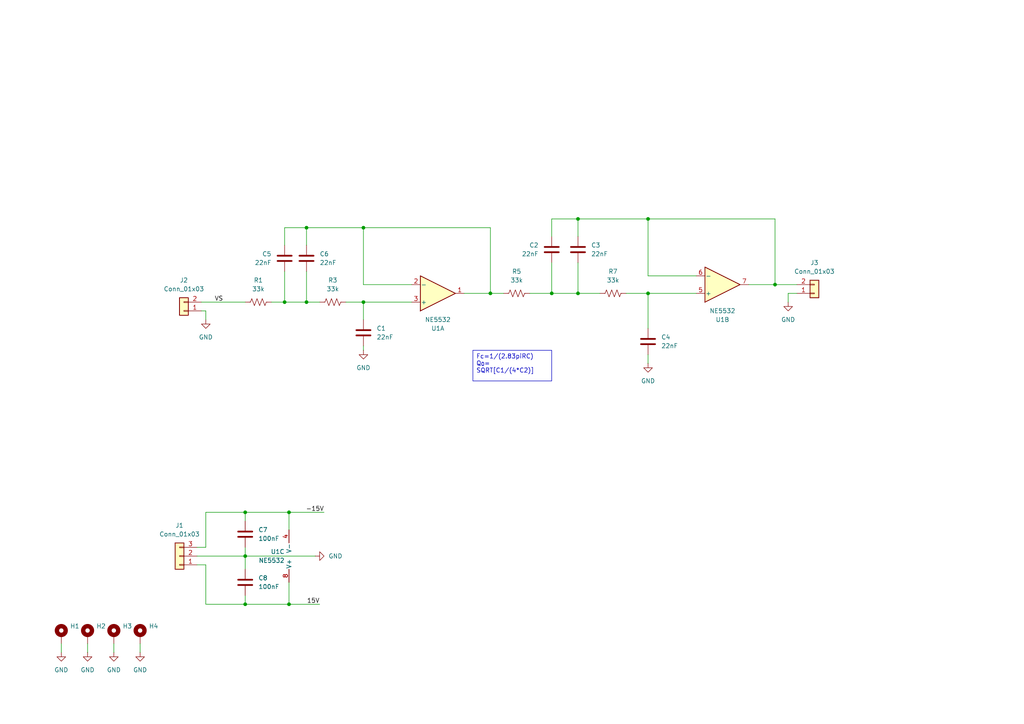
<source format=kicad_sch>
(kicad_sch (version 20250114) (generator "eeschema") (generator_version "9.0")
  (paper "A4")
  (title_block (title "${TITLE}") (date "2025-11-01") (rev "${REVISION}"))
  (lib_symbols
    (symbol "Amplifier_Operational:NE5532" (pin_names (offset 0.127))
      (property "Reference" "U" (at 0 5.08 0))
      (property "Value" "NE5532" (at 0 -5.08 0))
      (symbol "NE5532_1_1"
        (polyline (pts (xy -5.08 5.08) (xy 5.08 0) (xy -5.08 -5.08) (xy -5.08 5.08)) (stroke (width 0.254)) (fill (type background)))
        (pin input line (at -7.62 2.54 0) (length 2.54) (name "+") (number "3"))
        (pin input line (at -7.62 -2.54 0) (length 2.54) (name "-") (number "2"))
        (pin output line (at 7.62 0 180) (length 2.54) (name "~") (number "1"))
      )
      (symbol "NE5532_2_1"
        (polyline (pts (xy -5.08 5.08) (xy 5.08 0) (xy -5.08 -5.08) (xy -5.08 5.08)) (stroke (width 0.254)) (fill (type background)))
        (pin input line (at -7.62 2.54 0) (length 2.54) (name "+") (number "5"))
        (pin input line (at -7.62 -2.54 0) (length 2.54) (name "-") (number "6"))
        (pin output line (at 7.62 0 180) (length 2.54) (name "~") (number "7"))
      )
      (symbol "NE5532_3_1"
        (pin power_in line (at -2.54 7.62 270) (length 3.81) (name "V+") (number "8"))
        (pin power_in line (at -2.54 -7.62 90) (length 3.81) (name "V-") (number "4"))
      )
    )
    (symbol "Connector_Generic:Conn_01x02" (pin_names (offset 1.016) (hide yes))
      (property "Reference" "J" (at 0 2.54 0))
      (property "Value" "Conn_01x02" (at 0 -5.08 0))
      (symbol "Conn_01x02_1_1"
        (rectangle (start -1.27 1.27) (end 1.27 -3.81) (stroke (width 0.254)) (fill (type background)))
        (rectangle (start -1.27 0.127) (end 0 -0.127) (stroke (width 0.1524)))
        (rectangle (start -1.27 -2.413) (end 0 -2.667) (stroke (width 0.1524)))
        (pin passive line (at -5.08 0 0) (length 3.81) (name "Pin_1") (number "1"))
        (pin passive line (at -5.08 -2.54 0) (length 3.81) (name "Pin_2") (number "2"))
      )
    )
    (symbol "Connector_Generic:Conn_01x03" (pin_names (offset 1.016) (hide yes))
      (property "Reference" "J" (at 0 5.08 0))
      (property "Value" "Conn_01x03" (at 0 -5.08 0))
      (symbol "Conn_01x03_1_1"
        (rectangle (start -1.27 3.81) (end 1.27 -3.81) (stroke (width 0.254)) (fill (type background)))
        (rectangle (start -1.27 2.667) (end 0 2.413) (stroke (width 0.1524)))
        (rectangle (start -1.27 0.127) (end 0 -0.127) (stroke (width 0.1524)))
        (rectangle (start -1.27 -2.413) (end 0 -2.667) (stroke (width 0.1524)))
        (pin passive line (at -5.08 2.54 0) (length 3.81) (name "Pin_1") (number "1"))
        (pin passive line (at -5.08 0 0) (length 3.81) (name "Pin_2") (number "2"))
        (pin passive line (at -5.08 -2.54 0) (length 3.81) (name "Pin_3") (number "3"))
      )
    )
    (symbol "Device:C" (pin_numbers (hide yes)) (pin_names (offset 0.254))
      (property "Reference" "C" (at 0.635 2.54 0))
      (property "Value" "C" (at 0.635 -2.54 0))
      (symbol "C_0_1"
        (polyline (pts (xy -2.032 0.762) (xy 2.032 0.762)) (stroke (width 0.508)))
        (polyline (pts (xy -2.032 -0.762) (xy 2.032 -0.762)) (stroke (width 0.508)))
      )
      (symbol "C_1_1"
        (pin passive line (at 0 3.81 270) (length 2.794) (name "~") (number "1"))
        (pin passive line (at 0 -3.81 90) (length 2.794) (name "~") (number "2"))
      )
    )
    (symbol "Device:R_US" (pin_numbers (hide yes)) (pin_names (offset 0))
      (property "Reference" "R" (at 2.54 0 90))
      (property "Value" "R_US" (at -2.54 0 90))
      (symbol "R_US_0_1"
        (polyline (pts (xy 0 2.286) (xy 0 2.54)))
        (polyline (pts (xy 0 2.286) (xy 1.016 1.905) (xy 0 1.524) (xy -1.016 1.143) (xy 0 0.762)))
        (polyline (pts (xy 0 0.762) (xy 1.016 0.381) (xy 0 0) (xy -1.016 -0.381) (xy 0 -0.762)))
        (polyline (pts (xy 0 -0.762) (xy 1.016 -1.143) (xy 0 -1.524) (xy -1.016 -1.905) (xy 0 -2.286)))
        (polyline (pts (xy 0 -2.286) (xy 0 -2.54)))
      )
      (symbol "R_US_1_1"
        (pin passive line (at 0 3.81 270) (length 1.27) (name "~") (number "1"))
        (pin passive line (at 0 -3.81 90) (length 1.27) (name "~") (number "2"))
      )
    )
    (symbol "Mechanical:MountingHole_Pad" (pin_numbers (hide yes)) (pin_names (offset 1.016) (hide yes)) (in_bom no)
      (property "Reference" "H" (at 0 6.35 0))
      (property "Value" "MountingHole_Pad" (at 0 4.445 0))
      (symbol "MountingHole_Pad_0_1"
        (circle (center 0 1.27) (radius 1.27) (stroke (width 1.27)))
      )
      (symbol "MountingHole_Pad_1_1"
        (pin input line (at 0 -2.54 90) (length 2.54) (name "1") (number "1"))
      )
    )
    (symbol "power:GND" (power) (pin_numbers (hide yes)) (pin_names (offset 0) (hide yes))
      (property "Value" "GND" (at 0 -3.81 0))
      (symbol "GND_0_1"
        (polyline (pts (xy 0 0) (xy 0 -1.27) (xy 1.27 -1.27) (xy 0 -2.54) (xy -1.27 -1.27) (xy 0 -1.27)))
      )
      (symbol "GND_1_1"
        (pin power_in line (at 0 0 270) (length 0) (name "~") (number "1"))
      )
    )
  )
  (text_box "Fc=1/(2.83piRC)\nQ_{0}= SQRT[C1/(4*C2)]" (at 137.16 101.6 0) (size 22.86 8.89) (margins 0.9525 0.9525 0.9525 0.9525) (effects (font (size 1.27 1.27)) (justify left top)))
  (junction (at 83.82 175.26))
  (junction (at 88.9 87.63))
  (junction (at 105.41 66.04))
  (junction (at 142.24 85.09))
  (junction (at 71.12 175.26))
  (junction (at 187.96 63.5))
  (junction (at 88.9 66.04))
  (junction (at 224.79 82.55))
  (junction (at 71.12 148.59))
  (junction (at 83.82 148.59))
  (junction (at 71.12 161.29))
  (junction (at 167.64 63.5))
  (junction (at 187.96 85.09))
  (junction (at 82.55 87.63))
  (junction (at 167.64 85.09))
  (junction (at 105.41 87.63))
  (junction (at 160.02 85.09))
  (wire (pts (xy 187.96 102.87) (xy 187.96 105.41)))
  (wire (pts (xy 224.79 82.55) (xy 231.14 82.55)))
  (wire (pts (xy 187.96 80.01) (xy 187.96 63.5)))
  (wire (pts (xy 59.69 163.83) (xy 57.15 163.83)))
  (wire (pts (xy 153.67 85.09) (xy 160.02 85.09)))
  (wire (pts (xy 187.96 63.5) (xy 224.79 63.5)))
  (wire (pts (xy 59.69 158.75) (xy 59.69 148.59)))
  (wire (pts (xy 160.02 63.5) (xy 167.64 63.5)))
  (wire (pts (xy 83.82 148.59) (xy 83.82 153.67)))
  (wire (pts (xy 181.61 85.09) (xy 187.96 85.09)))
  (wire (pts (xy 71.12 175.26) (xy 83.82 175.26)))
  (wire (pts (xy 88.9 71.12) (xy 88.9 66.04)))
  (wire (pts (xy 187.96 85.09) (xy 187.96 95.25)))
  (wire (pts (xy 83.82 168.91) (xy 83.82 175.26)))
  (wire (pts (xy 59.69 175.26) (xy 59.69 163.83)))
  (wire (pts (xy 88.9 78.74) (xy 88.9 87.63)))
  (wire (pts (xy 59.69 90.17) (xy 58.42 90.17)))
  (wire (pts (xy 105.41 82.55) (xy 105.41 66.04)))
  (wire (pts (xy 59.69 92.71) (xy 59.69 90.17)))
  (wire (pts (xy 105.41 100.33) (xy 105.41 101.6)))
  (wire (pts (xy 71.12 161.29) (xy 91.44 161.29)))
  (wire (pts (xy 119.38 82.55) (xy 105.41 82.55)))
  (wire (pts (xy 224.79 63.5) (xy 224.79 82.55)))
  (wire (pts (xy 83.82 148.59) (xy 93.98 148.59)))
  (wire (pts (xy 82.55 78.74) (xy 82.55 87.63)))
  (wire (pts (xy 17.78 186.69) (xy 17.78 189.23)))
  (wire (pts (xy 160.02 68.58) (xy 160.02 63.5)))
  (wire (pts (xy 105.41 87.63) (xy 119.38 87.63)))
  (wire (pts (xy 160.02 76.2) (xy 160.02 85.09)))
  (wire (pts (xy 57.15 161.29) (xy 71.12 161.29)))
  (wire (pts (xy 59.69 148.59) (xy 71.12 148.59)))
  (wire (pts (xy 25.4 186.69) (xy 25.4 189.23)))
  (wire (pts (xy 40.64 186.69) (xy 40.64 189.23)))
  (wire (pts (xy 33.02 186.69) (xy 33.02 189.23)))
  (wire (pts (xy 100.33 87.63) (xy 105.41 87.63)))
  (wire (pts (xy 167.64 68.58) (xy 167.64 63.5)))
  (wire (pts (xy 167.64 85.09) (xy 173.99 85.09)))
  (wire (pts (xy 57.15 158.75) (xy 59.69 158.75)))
  (wire (pts (xy 83.82 175.26) (xy 92.71 175.26)))
  (wire (pts (xy 134.62 85.09) (xy 142.24 85.09)))
  (wire (pts (xy 58.42 87.63) (xy 71.12 87.63)))
  (wire (pts (xy 88.9 87.63) (xy 92.71 87.63)))
  (wire (pts (xy 228.6 85.09) (xy 231.14 85.09)))
  (wire (pts (xy 167.64 63.5) (xy 187.96 63.5)))
  (wire (pts (xy 71.12 161.29) (xy 71.12 165.1)))
  (wire (pts (xy 78.74 87.63) (xy 82.55 87.63)))
  (wire (pts (xy 82.55 71.12) (xy 82.55 66.04)))
  (wire (pts (xy 82.55 66.04) (xy 88.9 66.04)))
  (wire (pts (xy 82.55 87.63) (xy 88.9 87.63)))
  (wire (pts (xy 142.24 85.09) (xy 146.05 85.09)))
  (wire (pts (xy 217.17 82.55) (xy 224.79 82.55)))
  (wire (pts (xy 228.6 87.63) (xy 228.6 85.09)))
  (wire (pts (xy 71.12 148.59) (xy 83.82 148.59)))
  (wire (pts (xy 71.12 158.75) (xy 71.12 161.29)))
  (wire (pts (xy 88.9 66.04) (xy 105.41 66.04)))
  (wire (pts (xy 201.93 80.01) (xy 187.96 80.01)))
  (wire (pts (xy 71.12 148.59) (xy 71.12 151.13)))
  (wire (pts (xy 71.12 172.72) (xy 71.12 175.26)))
  (wire (pts (xy 142.24 66.04) (xy 142.24 85.09)))
  (wire (pts (xy 167.64 76.2) (xy 167.64 85.09)))
  (wire (pts (xy 71.12 175.26) (xy 59.69 175.26)))
  (wire (pts (xy 160.02 85.09) (xy 167.64 85.09)))
  (wire (pts (xy 187.96 85.09) (xy 201.93 85.09)))
  (wire (pts (xy 105.41 87.63) (xy 105.41 92.71)))
  (wire (pts (xy 105.41 66.04) (xy 142.24 66.04)))
  (label "-15V" (at 93.98 148.59 180))
  (label "VS" (at 62.23 87.63 0))
  (label "15V" (at 92.71 175.26 180))
  (symbol (lib_id "Device:R_US") (at 96.52 87.63 270) (unit 1)
    (property "Reference" "R3" (at 96.52 81.28 90))
    (property "Value" "33k" (at 96.52 83.82 90))
    (property "Footprint" "Resistor_THT:R_Axial_DIN0207_L6.3mm_D2.5mm_P10.16mm_Horizontal" (effects (hide yes)))
    (property "Description" "Resistor, US symbol" (effects (hide yes)))
  )
  (symbol (lib_id "power:GND") (at 228.6 87.63 0) (unit 1)
    (property "Reference" "#PWR04" (effects (hide yes)))
    (property "Value" "GND" (at 228.6 92.71 0))
    (property "Description" "Power symbol creates a global label with name \"GND\" , ground" (effects (hide yes)))
  )
  (symbol (lib_id "Device:C") (at 160.02 72.39 180) (unit 1)
    (property "Reference" "C2" (at 156.21 71.12 0) (effects (justify left)))
    (property "Value" "22nF" (at 156.21 73.66 0) (effects (justify left)))
    (property "Footprint" "Capacitor_THT:C_Rect_L7.2mm_W2.5mm_P5.00mm_FKS2_FKP2_MKS2_MKP2" (effects (hide yes)))
    (property "Description" "Unpolarized capacitor" (effects (hide yes)))
  )
  (symbol (lib_id "Device:R_US") (at 74.93 87.63 270) (unit 1)
    (property "Reference" "R1" (at 74.93 81.28 90))
    (property "Value" "33k" (at 74.93 83.82 90))
    (property "Footprint" "Resistor_THT:R_Axial_DIN0207_L6.3mm_D2.5mm_P10.16mm_Horizontal" (effects (hide yes)))
    (property "Description" "Resistor, US symbol" (effects (hide yes)))
  )
  (symbol (lib_id "Device:C") (at 82.55 74.93 180) (unit 1)
    (property "Reference" "C5" (at 78.74 73.66 0) (effects (justify left)))
    (property "Value" "22nF" (at 78.74 76.2 0) (effects (justify left)))
    (property "Footprint" "Capacitor_THT:C_Rect_L7.2mm_W2.5mm_P5.00mm_FKS2_FKP2_MKS2_MKP2" (effects (hide yes)))
    (property "Description" "Unpolarized capacitor" (effects (hide yes)))
  )
  (symbol (lib_id "Connector_Generic:Conn_01x03") (at 52.07 161.29 180) (unit 1)
    (property "Reference" "J1" (at 52.07 152.4 0))
    (property "Value" "Conn_01x03" (at 52.07 154.94 0))
    (property "Footprint" "Connector_PinHeader_2.54mm:PinHeader_1x03_P2.54mm_Vertical" (effects (hide yes)))
    (property "Description" "Generic connector, single row, 01x03, script generated (kicad-library-utils/schlib/autogen/connector/)" (effects (hide yes)))
  )
  (symbol (lib_id "Amplifier_Operational:NE5532") (at 127 85.09 0) (mirror x) (unit 1)
    (property "Reference" "U1" (at 127 95.25 0))
    (property "Value" "NE5532" (at 127 92.71 0))
    (property "Footprint" "Package_DIP:DIP-8_W7.62mm_LongPads" (effects (hide yes)))
    (property "Datasheet" "http://www.ti.com/lit/ds/symlink/ne5532.pdf" (effects (hide yes)))
    (property "Description" "Dual Low-Noise Operational Amplifiers, DIP-8/SOIC-8" (effects (hide yes)))
  )
  (symbol (lib_id "Device:C") (at 88.9 74.93 180) (unit 1)
    (property "Reference" "C6" (at 92.71 73.66 0) (effects (justify right)))
    (property "Value" "22nF" (at 92.71 76.2 0) (effects (justify right)))
    (property "Footprint" "Capacitor_THT:C_Rect_L7.2mm_W2.5mm_P5.00mm_FKS2_FKP2_MKS2_MKP2" (effects (hide yes)))
    (property "Description" "Unpolarized capacitor" (effects (hide yes)))
  )
  (symbol (lib_id "Device:C") (at 71.12 168.91 180) (unit 1)
    (property "Reference" "C8" (at 74.93 167.64 0) (effects (justify right)))
    (property "Value" "100nF" (at 74.93 170.18 0) (effects (justify right)))
    (property "Footprint" "Capacitor_THT:C_Disc_D5.0mm_W2.5mm_P2.50mm" (effects (hide yes)))
    (property "Description" "Unpolarized capacitor" (effects (hide yes)))
  )
  (symbol (lib_id "Amplifier_Operational:NE5532") (at 86.36 161.29 0) (mirror x) (unit 3)
    (property "Reference" "U1" (at 82.55 160.02 0) (effects (justify right)))
    (property "Value" "NE5532" (at 82.55 162.56 0) (effects (justify right)))
    (property "Footprint" "Package_DIP:DIP-8_W7.62mm_LongPads" (effects (hide yes)))
    (property "Datasheet" "http://www.ti.com/lit/ds/symlink/ne5532.pdf" (effects (hide yes)))
    (property "Description" "Dual Low-Noise Operational Amplifiers, DIP-8/SOIC-8" (effects (hide yes)))
  )
  (symbol (lib_id "Device:C") (at 71.12 154.94 180) (unit 1)
    (property "Reference" "C7" (at 74.93 153.67 0) (effects (justify right)))
    (property "Value" "100nF" (at 74.93 156.21 0) (effects (justify right)))
    (property "Footprint" "Capacitor_THT:C_Disc_D5.0mm_W2.5mm_P2.50mm" (effects (hide yes)))
    (property "Description" "Unpolarized capacitor" (effects (hide yes)))
  )
  (symbol (lib_id "Connector_Generic:Conn_01x02") (at 53.34 90.17 180) (unit 1)
    (property "Reference" "J2" (at 53.34 81.28 0))
    (property "Value" "Conn_01x03" (at 53.34 83.82 0))
    (property "Footprint" "Connector_PinHeader_2.54mm:PinHeader_1x02_P2.54mm_Vertical" (effects (hide yes)))
    (property "Description" "Generic connector, single row, 01x02, script generated (kicad-library-utils/schlib/autogen/connector/)" (effects (hide yes)))
  )
  (symbol (lib_id "power:GND") (at 59.69 92.71 0) (unit 1)
    (property "Reference" "#PWR03" (effects (hide yes)))
    (property "Value" "GND" (at 59.69 97.79 0))
    (property "Description" "Power symbol creates a global label with name \"GND\" , ground" (effects (hide yes)))
  )
  (symbol (lib_id "Connector_Generic:Conn_01x02") (at 236.22 85.09 0) (mirror x) (unit 1)
    (property "Reference" "J3" (at 236.22 76.2 0))
    (property "Value" "Conn_01x03" (at 236.22 78.74 0))
    (property "Footprint" "Connector_PinHeader_2.54mm:PinHeader_1x02_P2.54mm_Vertical" (effects (hide yes)))
    (property "Description" "Generic connector, single row, 01x02, script generated (kicad-library-utils/schlib/autogen/connector/)" (effects (hide yes)))
  )
  (symbol (lib_id "Amplifier_Operational:NE5532") (at 209.55 82.55 0) (mirror x) (unit 2)
    (property "Reference" "U1" (at 209.55 92.71 0))
    (property "Value" "NE5532" (at 209.55 90.17 0))
    (property "Footprint" "Package_DIP:DIP-8_W7.62mm_LongPads" (effects (hide yes)))
    (property "Datasheet" "http://www.ti.com/lit/ds/symlink/ne5532.pdf" (effects (hide yes)))
    (property "Description" "Dual Low-Noise Operational Amplifiers, DIP-8/SOIC-8" (effects (hide yes)))
  )
  (symbol (lib_id "Mechanical:MountingHole_Pad") (at 17.78 184.15 0) (unit 1) (in_bom no)
    (property "Reference" "H1" (at 20.32 181.61 0) (effects (justify left)))
    (property "Value" "MountingHole_Pad" (effects (hide yes)))
    (property "Footprint" "MountingHole:MountingHole_3.2mm_M3_DIN965_Pad" (effects (hide yes)))
    (property "Description" "Mounting Hole with connection" (effects (hide yes)))
  )
  (symbol (lib_id "power:GND") (at 40.64 189.23 0) (unit 1)
    (property "Reference" "#PWR08" (effects (hide yes)))
    (property "Value" "GND" (at 40.64 194.31 0))
    (property "Description" "Power symbol creates a global label with name \"GND\" , ground" (effects (hide yes)))
  )
  (symbol (lib_id "power:GND") (at 91.44 161.29 90) (unit 1)
    (property "Reference" "#PWR09" (effects (hide yes)))
    (property "Value" "GND" (at 95.25 161.29 90) (effects (justify right)))
    (property "Description" "Power symbol creates a global label with name \"GND\" , ground" (effects (hide yes)))
  )
  (symbol (lib_id "Device:C") (at 187.96 99.06 180) (unit 1)
    (property "Reference" "C4" (at 191.77 97.79 0) (effects (justify right)))
    (property "Value" "22nF" (at 191.77 100.33 0) (effects (justify right)))
    (property "Footprint" "Capacitor_THT:C_Rect_L7.2mm_W2.5mm_P5.00mm_FKS2_FKP2_MKS2_MKP2" (effects (hide yes)))
    (property "Description" "Unpolarized capacitor" (effects (hide yes)))
  )
  (symbol (lib_id "power:GND") (at 33.02 189.23 0) (unit 1)
    (property "Reference" "#PWR07" (effects (hide yes)))
    (property "Value" "GND" (at 33.02 194.31 0))
    (property "Description" "Power symbol creates a global label with name \"GND\" , ground" (effects (hide yes)))
  )
  (symbol (lib_id "Mechanical:MountingHole_Pad") (at 40.64 184.15 0) (unit 1) (in_bom no)
    (property "Reference" "H4" (at 43.18 181.61 0) (effects (justify left)))
    (property "Value" "MountingHole_Pad" (effects (hide yes)))
    (property "Footprint" "MountingHole:MountingHole_3.2mm_M3_DIN965_Pad" (effects (hide yes)))
    (property "Description" "Mounting Hole with connection" (effects (hide yes)))
  )
  (symbol (lib_id "Device:R_US") (at 149.86 85.09 270) (unit 1)
    (property "Reference" "R5" (at 149.86 78.74 90))
    (property "Value" "33k" (at 149.86 81.28 90))
    (property "Footprint" "Resistor_THT:R_Axial_DIN0207_L6.3mm_D2.5mm_P10.16mm_Horizontal" (effects (hide yes)))
    (property "Description" "Resistor, US symbol" (effects (hide yes)))
  )
  (symbol (lib_id "power:GND") (at 25.4 189.23 0) (unit 1)
    (property "Reference" "#PWR06" (effects (hide yes)))
    (property "Value" "GND" (at 25.4 194.31 0))
    (property "Description" "Power symbol creates a global label with name \"GND\" , ground" (effects (hide yes)))
  )
  (symbol (lib_id "Device:C") (at 105.41 96.52 180) (unit 1)
    (property "Reference" "C1" (at 109.22 95.25 0) (effects (justify right)))
    (property "Value" "22nF" (at 109.22 97.79 0) (effects (justify right)))
    (property "Footprint" "Capacitor_THT:C_Rect_L7.2mm_W2.5mm_P5.00mm_FKS2_FKP2_MKS2_MKP2" (effects (hide yes)))
    (property "Description" "Unpolarized capacitor" (effects (hide yes)))
  )
  (symbol (lib_id "Mechanical:MountingHole_Pad") (at 25.4 184.15 0) (unit 1) (in_bom no)
    (property "Reference" "H2" (at 27.94 181.61 0) (effects (justify left)))
    (property "Value" "MountingHole_Pad" (effects (hide yes)))
    (property "Footprint" "MountingHole:MountingHole_3.2mm_M3_DIN965_Pad" (effects (hide yes)))
    (property "Description" "Mounting Hole with connection" (effects (hide yes)))
  )
  (symbol (lib_id "Mechanical:MountingHole_Pad") (at 33.02 184.15 0) (unit 1) (in_bom no)
    (property "Reference" "H3" (at 35.56 181.61 0) (effects (justify left)))
    (property "Value" "MountingHole_Pad" (effects (hide yes)))
    (property "Footprint" "MountingHole:MountingHole_3.2mm_M3_DIN965_Pad" (effects (hide yes)))
    (property "Description" "Mounting Hole with connection" (effects (hide yes)))
  )
  (symbol (lib_id "power:GND") (at 17.78 189.23 0) (unit 1)
    (property "Reference" "#PWR05" (effects (hide yes)))
    (property "Value" "GND" (at 17.78 194.31 0))
    (property "Description" "Power symbol creates a global label with name \"GND\" , ground" (effects (hide yes)))
  )
  (symbol (lib_id "power:GND") (at 105.41 101.6 0) (unit 1)
    (property "Reference" "#PWR01" (effects (hide yes)))
    (property "Value" "GND" (at 105.41 106.68 0))
    (property "Description" "Power symbol creates a global label with name \"GND\" , ground" (effects (hide yes)))
  )
  (symbol (lib_id "power:GND") (at 187.96 105.41 0) (unit 1)
    (property "Reference" "#PWR02" (effects (hide yes)))
    (property "Value" "GND" (at 187.96 110.49 0))
    (property "Description" "Power symbol creates a global label with name \"GND\" , ground" (effects (hide yes)))
  )
  (symbol (lib_id "Device:R_US") (at 177.8 85.09 270) (unit 1)
    (property "Reference" "R7" (at 177.8 78.74 90))
    (property "Value" "33k" (at 177.8 81.28 90))
    (property "Footprint" "Resistor_THT:R_Axial_DIN0207_L6.3mm_D2.5mm_P10.16mm_Horizontal" (effects (hide yes)))
    (property "Description" "Resistor, US symbol" (effects (hide yes)))
  )
  (symbol (lib_id "Device:C") (at 167.64 72.39 180) (unit 1)
    (property "Reference" "C3" (at 171.45 71.12 0) (effects (justify right)))
    (property "Value" "22nF" (at 171.45 73.66 0) (effects (justify right)))
    (property "Footprint" "Capacitor_THT:C_Rect_L7.2mm_W2.5mm_P5.00mm_FKS2_FKP2_MKS2_MKP2" (effects (hide yes)))
    (property "Description" "Unpolarized capacitor" (effects (hide yes)))
  )
)
</source>
